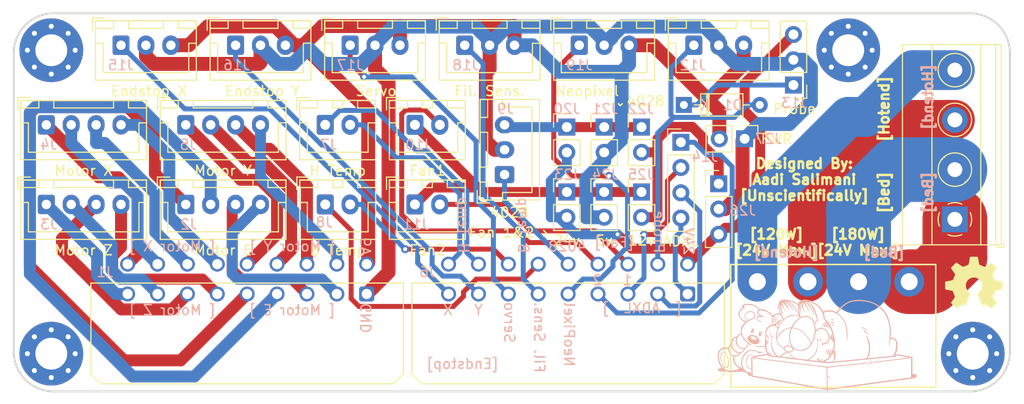
<source format=kicad_pcb>
(kicad_pcb (version 20221018) (generator pcbnew)
  (layers (0 "F.Cu" signal) (31 "B.Cu" signal) (34 "B.Paste" user) (35 "F.Paste" user) (36 "B.SilkS" user "B.Silkscreen") (37 "F.SilkS" user "F.Silkscreen") (38 "B.Mask" user) (39 "F.Mask" user) (44 "Edge.Cuts" user))
  (net 0 "")
  (net 1 "GND")
  (net 2 "Net-(D1-A)")
  (net 3 "Net-(D1-K)")
  (net 4 "Net-(J1-Pin_2)")
  (net 5 "Net-(J1-Pin_3)")
  (net 6 "Net-(J1-Pin_4)")
  (net 7 "Net-(J1-Pin_5)")
  (net 8 "Net-(J1-Pin_6)")
  (net 9 "Net-(J1-Pin_7)")
  (net 10 "Net-(J1-Pin_8)")
  (net 11 "Net-(J1-Pin_11)")
  (net 12 "Net-(J1-Pin_12)")
  (net 13 "Net-(J1-Pin_13)")
  (net 14 "Net-(J1-Pin_14)")
  (net 15 "Net-(J1-Pin_15)")
  (net 16 "+24V")
  (net 17 "Net-(J1-Pin_16)")
  (net 18 "Net-(J1-Pin_17)")
  (net 19 "Net-(J14-Pin_4)")
  (net 20 "+5V")
  (net 21 "Net-(J14-Pin_3)")
  (net 22 "Net-(J14-Pin_2)")
  (net 23 "Net-(J14-Pin_1)")
  (net 24 "Net-(J11-Pin_2)")
  (net 25 "Net-(J10-Pin_2)")
  (net 26 "Net-(J6-Pin_15)")
  (net 27 "Net-(J6-Pin_16)")
  (net 28 "/FA0")
  (net 29 "/FA1")
  (net 30 "Net-(J6-Pin_17)")
  (net 31 "Net-(J6-Pin_18)")
  (net 32 "Net-(J22-Pin_2)")
  (net 33 "Net-(J1-Pin_18)")
  (net 34 "Net-(J1-Pin_9)")
  (net 35 "Net-(J28-Pin_1)")
  (net 36 "Net-(J28-Pin_2)")
  (net 37 "Net-(J28-Pin_3)")
  (net 38 "Net-(J28-Pin_4)")
  (net 39 "Net-(J15-Pin_1)")
  (net 40 "Net-(J16-Pin_1)")
  (net 41 "Net-(J17-Pin_1)")
  (net 42 "Net-(J18-Pin_1)")
  (net 43 "Net-(J19-Pin_1)")
  (net 44 "Net-(J6-Pin_14)")
  (footprint "Connector_JST:JST_XH_B3B-XH-A_1x03_P2.50mm_Vertical" (layer "F.Cu") (at 122.5 74)
    (fp_text reference "J16")
    (fp_text value "Endstop Y")
  )
  (footprint "Connector_JST:JST_XH_B4B-XH-A_1x04_P2.50mm_Vertical" (layer "F.Cu") (at 103.5 90)
    (fp_text reference "J3")
    (fp_text value "Motor Z")
  )
  (footprint "Connector_JST:JST_XH_B4B-XH-A_1x04_P2.50mm_Vertical" (layer "F.Cu") (at 117.5 90)
    (fp_text reference "J2")
    (fp_text value "Motor E")
  )
  (footprint "Connector_JST:JST_XH_B3B-XH-A_1x03_P2.50mm_Vertical" (layer "F.Cu") (at 145.5 74)
    (fp_text reference "J18")
    (fp_text value "Fil. Sens.")
  )
  (footprint "Connector_Molex:Molex_Micro-Fit_3.0_43045-1800_2x09_P3.00mm_Horizontal" (layer "F.Cu") (at 135.662 99 180)
    (fp_text reference "J1")
    (fp_text value "Molex Connector")
  )
  (footprint "Connector_JST:JST_XH_B2B-XH-A_1x02_P2.50mm_Vertical" (layer "F.Cu") (at 131.5 90)
    (fp_text reference "J8")
    (fp_text value "B Temp")
  )
  (footprint "Connector_PinHeader_2.54mm:PinHeader_1x03_P2.54mm_Vertical" (layer "F.Cu") (at 178.5 78 180)
    (fp_text reference "J13")
    (fp_text value "Omron")
  )
  (footprint "Connector_PinHeader_2.54mm:PinHeader_1x02_P2.54mm_Vertical" (layer "F.Cu") (at 173.6 83.4 -90)
    (fp_text reference "J27")
    (fp_text value "12v")
  )
  (footprint "Connector_JST:JST_XH_B2B-XH-A_1x02_P2.50mm_Vertical" (layer "F.Cu") (at 131.5 82)
    (fp_text reference "J7")
    (fp_text value "H Temp")
  )
  (footprint "Diode_THT:D_DO-35_SOD27_P7.62mm_Horizontal" (layer "F.Cu") (at 167.5 80)
    (fp_text reference "D1")
    (fp_text value "type=\"D\" model=\"DIODE\" lib=\"\"")
  )
  (footprint "Connector_Molex:Molex_Micro-Fit_3.0_43045-1800_2x09_P3.00mm_Horizontal" (layer "F.Cu") (at 167.88 99 180)
    (fp_text reference "J6")
    (fp_text value "Molex Connector")
  )
  (footprint "4 Pin 5mm Screw Terminal:TerminalBlock_Phoenix_MKDS-1,5-4_1x04_P5.00mm_Horizontal_Mod" (layer "F.Cu") (at 194.705 91.5 90)
    (fp_text reference "J29")
    (fp_text value "Output Heaters")
  )
  (footprint "Connector_PinHeader_2.54mm:PinHeader_1x02_P2.54mm_Vertical" (layer "F.Cu") (at 163.25 82.225)
    (fp_text reference "J22")
    (fp_text value "12v")
  )
  (footprint "Connector_JST:JST_XH_B2B-XH-A_1x02_P2.50mm_Vertical" (layer "F.Cu") (at 140.5 90)
    (fp_text reference "J11")
    (fp_text value "Fan2")
  )
  (footprint "Connector_JST:JST_XH_B3B-XH-A_1x03_P2.50mm_Vertical" (layer "F.Cu") (at 111 74)
    (fp_text reference "J15")
    (fp_text value "Endstop X")
  )
  (footprint "MountingHole:MountingHole_3.2mm_M3_Pad_Via" (layer "F.Cu") (at 184 74.5)
    (fp_text reference "H4")
    (fp_text value "MountingHole")
  )
  (footprint "Connector_JST:JST_XH_B2B-XH-A_1x02_P2.50mm_Vertical" (layer "F.Cu") (at 140.5 82)
    (fp_text reference "J10")
    (fp_text value "Fan1")
  )
  (footprint "MountingHole:MountingHole_3.2mm_M3_Pad_Via" (layer "F.Cu") (at 196.5 105)
    (fp_text reference "H3")
    (fp_text value "MountingHole")
  )
  (footprint "Connector_JST:JST_XH_B3B-XH-A_1x03_P2.50mm_Vertical" (layer "F.Cu") (at 149.5 87 90)
    (fp_text reference "J9")
    (fp_text value "4028")
  )
  (footprint "Connector_PinHeader_2.54mm:PinHeader_1x02_P2.54mm_Vertical" (layer "F.Cu") (at 159.5 82.225)
    (fp_text reference "J21")
    (fp_text value "5v")
  )
  (footprint "4 Pin 5mm Screw Terminal:2EDGR-5.0-04P-14-00AH_DEG" (layer "F.Cu") (at 174.8792 97.7648)
    (fp_text reference "J28")
    (fp_text value "Input Heaters")
  )
  (footprint "Connector_PinHeader_2.54mm:PinHeader_1x03_P2.54mm_Vertical" (layer "F.Cu") (at 171 87.92)
    (fp_text reference "J26")
    (fp_text value "CV")
  )
  (footprint "Connector_JST:JST_XH_B4B-XH-A_1x04_P2.50mm_Vertical" (layer "F.Cu") (at 103.5 82)
    (fp_text reference "J4")
    (fp_text value "Motor X")
  )
  (footprint "MountingHole:MountingHole_3.2mm_M3_Pad_Via" (layer "F.Cu") (at 104 74.5)
    (fp_text reference "H2")
    (fp_text value "MountingHole")
  )
  (footprint "logo.preety:open" (layer "F.Cu") (at 196.6 97.9)
    (fp_text reference "Open" hide)
    (fp_text value "LOGO" hide)
  )
  (footprint "Connector_JST:JST_XH_B3B-XH-A_1x03_P2.50mm_Vertical" (layer "F.Cu") (at 157 74)
    (fp_text reference "J19")
    (fp_text value "Neopixel")
  )
  (footprint "Connector_PinHeader_2.54mm:PinHeader_1x02_P2.54mm_Vertical" (layer "F.Cu") (at 155.75 82.225)
    (fp_text reference "J20")
    (fp_text value "24v")
  )
  (footprint "Connector_PinHeader_2.54mm:PinHeader_1x04_P2.54mm_Vertical" (layer "F.Cu") (at 167.2 83.75)
    (fp_text reference "J14")
    (fp_text value "ADXL")
  )
  (footprint "Connector_PinHeader_2.54mm:PinHeader_1x02_P2.54mm_Vertical" (layer "F.Cu") (at 155.75 88.75)
    (fp_text reference "J23")
    (fp_text value "24v")
  )
  (footprint "Connector_JST:JST_XH_B3B-XH-A_1x03_P2.50mm_Vertical" (layer "F.Cu") (at 134 74)
    (fp_text reference "J17")
    (fp_text value "Servo")
  )
  (footprint "Connector_JST:JST_XH_B3B-XH-A_1x03_P2.50mm_Vertical" (layer "F.Cu") (at 168.5 74)
    (fp_text reference "J12")
    (fp_text value "Probe")
  )
  (footprint "Connector_JST:JST_XH_B4B-XH-A_1x04_P2.50mm_Vertical" (layer "F.Cu") (at 117.5 82)
    (fp_text reference "J5")
    (fp_text value "Motor Y")
  )
  (footprint "Connector_PinHeader_2.54mm:PinHeader_1x02_P2.54mm_Vertical" (layer "F.Cu") (at 159.5 88.75)
    (fp_text reference "J24")
    (fp_text value "5v")
  )
  (footprint "Connector_PinHeader_2.54mm:PinHeader_1x02_P2.54mm_Vertical" (layer "F.Cu") (at 163.25 88.75)
    (fp_text reference "J25")
    (fp_text value "12v")
  )
  (footprint "MountingHole:MountingHole_3.2mm_M3_Pad_Via" (layer "F.Cu") (at 104 105)
    (fp_text reference "H1")
    (fp_text value "MountingHole")
  )
  (footprint "logo.preety:sleeping" (layer "B.Cu") (at 180.9 104.1 180)
    (fp_text reference "Garfield" hide)
    (fp_text value "LOGO" hide)
  )
  (gr_arc (start 200.231573 104.791573) (mid 199.06 107.62) (end 196.231573 108.791573) (stroke (width 0.2)) (layer "Edge.Cuts"))
  (gr_line (start 200.231573 104.791573) (end 200.231573 74.791573) (stroke (width 0.2)) (layer "Edge.Cuts"))
  (gr_line (start 104.231573 108.791573) (end 196.231573 108.791573) (stroke (width 0.2)) (layer "Edge.Cuts"))
  (gr_line (start 196.231573 70.791573) (end 104.231573 70.791573) (stroke (width 0.2)) (layer "Edge.Cuts"))
  (gr_arc (start 100.231573 74.791573) (mid 101.403146 71.963146) (end 104.231573 70.791573) (stroke (width 0.2)) (layer "Edge.Cuts"))
  (gr_line (start 100.231573 74.791573) (end 100.231573 104.791573) (stroke (width 0.2)) (layer "Edge.Cuts"))
  (gr_arc (start 196.231573 70.791573) (mid 199.06 71.963146) (end 200.231573 74.791573) (stroke (width 0.2)) (layer "Edge.Cuts"))
  (gr_arc (start 104.231573 108.791573) (mid 101.403146 107.62) (end 100.231573 104.791573) (stroke (width 0.2)) (layer "Edge.Cuts"))
  (gr_text "B Temp" (at 150.8 95 -90) (layer "B.SilkS") (effects (font (size 1 1)) (justify left bottom mirror)))
  (gr_text "Y" (at 147.4 101.2) (layer "B.SilkS") (effects (font (size 1 1)) (justify left bottom mirror)))
  (gr_text "[Hotend]\n" (at 177.8 94.8) (layer "B.SilkS") (effects (font (size 1 1) (thickness 0.25)) (justify mirror)))
  (gr_text "GND\n" (at 136.2 99.8 90) (layer "B.SilkS") (effects (font (size 1 1)) (justify left bottom mirror)))
  (gr_text "[ Motor X ]" (at 120.6 94.8) (layer "B.SilkS") (effects (font (size 1 1)) (justify left bottom mirror)))
  (gr_text "[  ADXL  ]" (at 167.4 101) (layer "B.SilkS") (effects (font (size 1 1)) (justify left bottom mirror)))
  (gr_text "4028\n" (at 157.8 94.8) (layer "B.SilkS") (effects (font (size 1 1)) (justify left bottom mirror)))
  (gr_text "24V" (at 167.4 95.2 -90) (layer "B.SilkS") (effects (font (size 1 1)) (justify left bottom mirror)))
  (gr_text "[ Motor Z ]" (at 120.6 101.2) (layer "B.SilkS") (effects (font (size 1 1)) (justify left bottom mirror)))
  (gr_text "[Bed]\n" (at 187.6 94.8) (layer "B.SilkS") (effects (font (size 1 1) (thickness 0.25)) (justify mirror)))
  (gr_text "[Bed]\n" (at 192 88.8 90) (layer "B.SilkS") (effects (font (size 1 1) (thickness 0.25)) (justify mirror)))
  (gr_text "Servo\n" (at 149.4 104 270) (layer "B.SilkS") (effects (font (size 1 1)) (justify left bottom mirror)))
  (gr_text "1" (at 162.4 98.2) (layer "B.SilkS") (effects (font (size 1 1)) (justify left bottom mirror)))
  (gr_text "X" (at 144.4 101.2) (layer "B.SilkS") (effects (font (size 1 1)) (justify left bottom mirror)))
  (gr_text "Probe" (at 164.4 95 -90) (layer "B.SilkS") (effects (font (size 1 1)) (justify left bottom mirror)))
  (gr_text "5V" (at 136.2 93.2 90) (layer "B.SilkS") (effects (font (size 1 1)) (justify left bottom mirror)))
  (gr_text "[ Motor E ]" (at 132.6 101.2) (layer "B.SilkS") (effects (font (size 1 1)) (justify left bottom mirror)))
  (gr_text "H Temp" (at 144.8 95 -90) (layer "B.SilkS") (effects (font (size 1 1)) (justify left bottom mirror)))
  (gr_text "[Endstop]" (at 149 106.6) (layer "B.SilkS") (effects (font (size 1 1)) (justify left bottom mirror)))
  (gr_text "NeoPixel\n" (at 155.4 106.4 270) (layer "B.SilkS") (effects (font (size 1 1)) (justify left bottom mirror)))
  (gr_text "[Hotend]\n" (at 192 79.2 90) (layer "B.SilkS") (effects (font (size 1 1) (thickness 0.25)) (justify mirror)))
  (gr_text "Fil. Sens.\n" (at 152.4 107 270) (layer "B.SilkS") (effects (font (size 1 1)) (justify left bottom mirror)))
  (gr_text "[Fan]" (at 162.6 94.4) (layer "B.SilkS") (effects (font (size 1 1)) (justify left bottom mirror)))
  (gr_text "2\n" (at 159.4 98.2) (layer "B.SilkS") (effects (font (size 1 1)) (justify left bottom mirror)))
  (gr_text "[ Motor Y ]" (at 132.6 94.8) (layer "B.SilkS") (effects (font (size 1 1)) (justify left bottom mirror)))
  (gr_text "[Bed]\n" (at 187.6 88.8 90) (layer "F.SilkS") (effects (font (size 1 1) (thickness 0.25))))
  (gr_text "Fan 1&2 ›\n" (at 145.8 93.4) (layer "F.SilkS") (effects (font (size 1 1)) (justify left bottom)))
  (gr_text "Designed By:\nAadi Salimani\n[Unscientifically]" (at 179.6 87.5) (layer "F.SilkS") (effects (font (size 1 1) (thickness 0.25))))
  (gr_text "[120W]\n[24V Max.]" (at 176.8 93.8) (layer "F.SilkS") (effects (font (size 1 1) (thickness 0.25))))
  (gr_text "[Hotend]\n" (at 187.6 80.4 90) (layer "F.SilkS") (effects (font (size 1 1) (thickness 0.25))))
  (gr_text "[180W]\n[24V Max.]\n" (at 185 93.8) (layer "F.SilkS") (effects (font (size 1 1) (thickness 0.25))))
  (gr_text "⌄4028\n" (at 160.4 80.2) (layer "F.SilkS") (effects (font (size 1 1)) (justify left bottom)))
  (segment (start 148 76.375) (end 147.625 76.75) (width 1.4) (layer "F.Cu") (net 1))
  (segment (start 173.6 83.4) (end 173.389 83.6113) (width 1.4) (layer "F.Cu") (net 1))
  (segment (start 148.5 84.5) (end 149.5 84.5) (width 1.4) (layer "F.Cu") (net 1))
  (segment (start 113.5 75.1) (end 113.5 74) (width 1.4) (layer "F.Cu") (net 1))
  (segment (start 178.5 75.46) (end 178.289 75.46) (width 1) (layer "F.Cu") (net 1))
  (segment (start 173.389 83.6113) (end 173.389 88.7113) (width 1.4) (layer "F.Cu") (net 1))
  (segment (start 135.662 99) (end 137.856 96.8055) (width 1.4) (layer "F.Cu") (net 1))
  (segment (start 147.625 76.75) (end 147.625 83.625) (width 1.4) (layer "F.Cu") (net 1))
  (segment (start 125 74) (end 125 75.725) (width 1.4) (layer "F.Cu") (net 1))
  (segment (start 125 75.725) (end 124.85 75.875) (width 1.4) (layer "F.Cu") (net 1))
  (segment (start 136.5 76.375) (end 136.5 74) (width 1.4) (layer "F.Cu") (net 1))
  (segment (start 137.856 96.8055) (end 137.856 77.7315) (width 1.4) (layer "F.Cu") (net 1))
  (segment (start 114.275 75.875) (end 113.5 75.1) (width 1.4) (layer "F.Cu") (net 1))
  (segment (start 137.856 77.7315) (end 136.5 76.375) (width 1.4) (layer "F.Cu") (net 1))
  (segment (start 124.85 75.875) (end 114.275 75.875) (width 1.4) (layer "F.Cu") (net 1))
  (segment (start 147.625 83.625) (end 148.5 84.5) (width 1.4) (layer "F.Cu") (net 1))
  (segment (start 173.389 88.7113) (end 171.64 90.46) (width 1.4) (layer "F.Cu") (net 1))
  (segment (start 148 74) (end 148 76.375) (width 1.4) (layer "F.Cu") (net 1))
  (segment (start 171.64 90.46) (end 171 90.46) (width 1.4) (layer "F.Cu") (net 1))
  (segment (start 159.5 73.4) (end 159.5 73.5417) (width 1) (layer "B.Cu") (net 1))
  (segment (start 171 74.125) (end 172.75 75.875) (width 1.4) (layer "B.Cu") (net 1))
  (segment (start 159.5 74) (end 160.25 73.25) (width 1.4) (layer "B.Cu") (net 1))
  (segment (start 178.082 81.9175) (end 180.25 79.75) (width 1.4) (layer "B.Cu") (net 1))
  (segment (start 126.75 75.875) (end 128.225 75.875) (width 1.4) (layer "B.Cu") (net 1))
  (segment (start 160.25 73.1501) (end 161.275 72.125) (width 1.4) (layer "B.Cu") (net 1))
  (segment (start 138.275 72.125) (end 146.583 72.125) (width 1.4) (layer "B.Cu") (net 1))
  (segment (start 169.583 72.125) (end 171 73.5417) (width 1.4) (layer "B.Cu") (net 1))
  (segment (start 136.5 74) (end 136.5 73.9001) (width 1.4) (layer "B.Cu") (net 1))
  (segment (start 180.25 79.75) (end 180.25 76.25) (width 1.4) (layer "B.Cu") (net 1))
  (segment (start 171 73.5417) (end 171 74) (width 1.4) (layer "B.Cu") (net 1))
  (segment (start 128.225 75.875) (end 129.8 74.3) (width 1.4) (layer "B.Cu") (net 1))
  (segment (start 148 73.875) (end 148 74) (width 1.4) (layer "B.Cu") (net 1))
  (segment (start 125 74.125) (end 126.75 75.875) (width 1.4) (layer "B.Cu") (net 1))
  (segment (start 131.375 75.875) (end 135.083 75.875) (width 1.4) (layer "B.Cu") (net 1))
  (segment (start 148 73.5417) (end 148 73.875) (width 1.4) (layer "B.Cu") (net 1))
  (segment (start 146.583 72.125) (end 148 73.5417) (width 1.4) (layer "B.Cu") (net 1))
  (segment (start 136.5 74.4583) (end 136.5 74) (width 1.4) (layer "B.Cu") (net 1))
  (segment (start 160.25 73.25) (end 160.25 73.1501) (width 1.4) (layer "B.Cu") (net 1))
  (segment (start 125 74) (end 125 74.125) (width 1.4) (layer "B.Cu") (net 1))
  (segment (start 148 73.875) (end 149.75 72.125) (width 1.4) (layer "B.Cu") (net 1))
  (segment (start 158.083 72.125) (end 159.5 73.5417) (width 1.4) (layer "B.Cu") (net 1))
  (segment (start 136.5 73.9001) (end 138.275 72.125) (width 1.4) (layer "B.Cu") (net 1))
  (segment (start 171 74) (end 171 74.125) (width 1.4) (layer "B.Cu") (net 1))
  (segment (start 175.082 81.9175) (end 178.082 81.9175) (width 1.4) (layer "B.Cu") (net 1))
  (segment (start 179.46 75.46) (end 178.5 75.46) (width 1.4) (layer "B.Cu") (net 1))
  (segment (start 173.6 83.4) (end 175.082 81.9175) (width 1.4) (layer "B.Cu") (net 1))
  (segment (start 135.083 75.875) (end 136.5 74.4583) (width 1.4) (layer "B.Cu") (net 1))
  (segment (start 178.085 75.875) (end 178.5 75.46) (width 1.4) (layer "B.Cu") (net 1))
  (segment (start 149.75 72.125) (end 158.083 72.125) (width 1.4) (layer "B.Cu") (net 1))
  (segment (start 172.75 75.875) (end 178.085 75.875) (width 1.4) (layer "B.Cu") (net 1))
  (segment (start 159.5 73.5417) (end 159.5 74) (width 1) (layer "B.Cu") (net 1))
  (segment (start 161.275 72.125) (end 169.583 72.125) (width 1.4) (layer "B.Cu") (net 1))
  (segment (start 148 74) (end 148 73.875) (width 1.4) (layer "B.Cu") (net 1))
  (segment (start 159.5 73.5417) (end 159.5 74) (width 1.4) (layer "B.Cu") (net 1))
  (segment (start 129.8 74.3) (end 131.375 75.875) (width 1.4) (layer "B.Cu") (net 1))
  (segment (start 180.25 76.25) (end 179.46 75.46) (width 1.4) (layer "B.Cu") (net 1))
  (segment (start 168.8 80) (end 170.8 78) (width 0.5) (layer "B.Cu") (net 2))
  (segment (start 170.8 78) (end 178.5 78) (width 0.5) (layer "B.Cu") (net 2))
  (segment (start 167.5 80) (end 168.8 80) (width 0.5) (layer "B.Cu") (net 2))
  (segment (start 166.204 81.0016) (end 166.204 76.2964) (width 0.5) (layer "B.Cu") (net 3))
  (segment (start 175.12 80) (end 173.82 80) (width 0.5) (layer "B.Cu") (net 3))
  (segment (start 164.88 82.8296) (end 166.456 81.2538) (width 0.5) (layer "B.Cu") (net 3))
  (segment (start 166.456 81.2538) (end 166.204 81.0016) (width 0.5) (layer "B.Cu") (net 3))
  (segment (start 166.204 76.2964) (end 168.5 74) (width 0.5) (layer "B.Cu") (net 3))
  (segment (start 172.566 81.2538) (end 166.456 81.2538) (width 0.5) (layer "B.Cu") (net 3))
  (segment (start 173.82 80) (end 172.566 81.2538) (width 0.5) (layer "B.Cu") (net 3))
  (segment (start 164.88 96) (end 164.88 82.8296) (width 0.5) (layer "B.Cu") (net 3))
  (segment (start 132.662 99) (end 131.162 97.5) (width 1.1) (layer "B.Cu") (net 4))
  (segment (start 122.7 97.5) (end 122.162 96.962) (width 1.1) (layer "B.Cu") (net 4))
  (segment (start 122.162 96.962) (end 122.162 92.838) (width 1.1) (layer "B.Cu") (net 4))
  (segment (start 122.162 92.838) (end 125 90) (width 1.1) (layer "B.Cu") (net 4))
  (segment (start 131.162 97.5) (end 122.7 97.5) (width 1.1) (layer "B.Cu") (net 4))
  (segment (start 128.162 97.5) (end 123.041 97.5) (width 1.1) (layer "F.Cu") (net 5))
  (segment (start 129.662 99) (end 128.162 97.5) (width 1.1) (layer "F.Cu") (net 5))
  (segment (start 122.162 96.6213) (end 122.162 90.338) (width 1.1) (layer "F.Cu") (net 5))
  (segment (start 123.041 97.5) (end 122.162 96.6213) (width 1.1) (layer "F.Cu") (net 5))
  (segment (start 122.162 90.338) (end 122.5 90) (width 1.1) (layer "F.Cu") (net 5))
  (segment (start 101.85 96.9815) (end 101.85 80.75) (width 1.2) (layer "B.Cu") (net 6))
  (segment (start 102.375 80.225) (end 112.908 80.225) (width 1.2) (layer "B.Cu") (net 6))
  (segment (start 112.158 107.29) (end 101.85 96.9815) (width 1.2) (layer "B.Cu") (net 6))
  (segment (start 126.662 99) (end 118.372 107.29) (width 1.2) (layer "B.Cu") (net 6))
  (segment (start 120 87.3169) (end 120 90) (width 1.2) (layer "B.Cu") (net 6))
  (segment (start 101.85 80.75) (end 102.375 80.225) (width 1.2) (layer "B.Cu") (net 6))
  (segment (start 112.908 80.225) (end 120 87.3169) (width 1.2) (layer "B.Cu") (net 6))
  (segment (start 118.372 107.29) (end 112.158 107.29) (width 1.2) (layer "B.Cu") (net 6))
  (segment (start 114.4 82.9415) (end 114.4 86.9) (width 1.2) (layer "F.Cu") (net 7))
  (segment (start 116.992 105.67) (end 111.29 105.67) (width 1.2) (layer "F.Cu") (net 7))
  (segment (start 114.4 86.9) (end 117.5 90) (width 1.2) (layer "F.Cu") (net 7))
  (segment (start 111.29 105.67) (end 101.85 96.2296) (width 1.2) (layer "F.Cu") (net 7))
  (segment (start 101.85 80.8331) (end 102.458 80.225) (width 1.2) (layer "F.Cu") (net 7))
  (segment (start 123.662 99) (end 116.992 105.67) (width 1.2) (layer "F.Cu") (net 7))
  (segment (start 111.683 80.225) (end 114.4 82.9415) (width 1.2) (layer "F.Cu") (net 7))
  (segment (start 102.458 80.225) (end 111.683 80.225) (width 1.2) (layer "F.Cu") (net 7))
  (segment (start 101.85 96.2296) (end 101.85 80.8331) (width 1.2) (layer "F.Cu") (net 7))
  (segment (start 111 97.5) (end 110.162 96.662) (width 1.1) (layer "F.Cu") (net 8))
  (segment (start 110.162 96.662) (end 110.162 95.138) (width 1.1) (layer "F.Cu") (net 8))
  (segment (start 120.662 99) (end 119.162 97.5) (width 1.1) (layer "F.Cu") (net 8))
  (segment (start 119.162 97.5) (end 111 97.5) (width 1.1) (layer "F.Cu") (net 8))
  (segment (start 111 94.3) (end 111 90) (width 1.2) (layer "F.Cu") (net 8))
  (segment (start 110.162 95.138) (end 111 94.3) (width 1.2) (layer "F.Cu") (net 8))
  (segment (start 111.02 100.55) (end 116.112 100.55) (width 1.2) (layer "F.Cu") (net 9))
  (segment (start 105.074 94.6037) (end 111.02 100.55) (width 1.2) (layer "F.Cu") (net 9))
  (segment (start 116.112 100.55) (end 117.662 99) (width 1.2) (layer "F.Cu") (net 9))
  (segment (start 108.5 90) (end 105.074 93.4263) (width 1.2) (layer "F.Cu") (net 9))
  (segment (start 105.074 93.4263) (end 105.074 94.6037) (width 1.2) (layer "F.Cu") (net 9))
  (segment (start 110.055 94.0546) (end 110.055 96.5846) (width 1.2) (layer "B.Cu") (net 10))
  (segment (start 113.162 97.5) (end 114.662 99) (width 1.1) (layer "B.Cu") (net 10))
  (segment (start 110.055 96.5846) (end 110.935 97.465) (width 1.2) (layer "B.Cu") (net 10))
  (segment (start 106 90) (end 110.055 94.0546) (width 1.2) (layer "B.Cu") (net 10))
  (segment (start 110.97 97.5) (end 113.162 97.5) (width 1.1) (layer "B.Cu") (net 10))
  (segment (start 110.935 97.465) (end 110.97 97.5) (width 1.1) (layer "B.Cu") (net 10))
  (segment (start 132.662 96) (end 132.662 94.934) (width 1.1) (layer "B.Cu") (net 11))
  (segment (start 132.662 94.934) (end 125 87.272) (width 1.1) (layer "B.Cu") (net 11))
  (segment (start 125 87.272) (end 125 82) (width 1.1) (layer "B.Cu") (net 11))
  (segment (start 129.662 96) (end 129.662 88.1548) (width 1.2) (layer "F.Cu") (net 12))
  (segment (start 125.918 84.4111) (end 124.911 84.4111) (width 1.2) (layer "F.Cu") (net 12))
  (segment (start 124.911 84.4111) (end 122.5 82) (width 1.2) (layer "F.Cu") (net 12))
  (segment (start 129.662 88.1548) (end 125.918 84.4111) (width 1.2) (layer "F.Cu") (net 12))
  (segment (start 123.813 85.813) (end 120 82) (width 1.2) (layer "F.Cu") (net 13))
  (segment (start 128.077 88.5673) (end 125.323 85.813) (width 1.2) (layer "F.Cu") (net 13))
  (segment (start 126.662 96) (end 128.077 94.5846) (width 1.2) (layer "F.Cu") (net 13))
  (segment (start 125.323 85.813) (end 123.813 85.813) (width 1.2) (layer "F.Cu") (net 13))
  (segment (start 128.077 94.5846) (end 128.077 88.5673) (width 1.2) (layer "F.Cu") (net 13))
  (segment (start 124.984 87.523) (end 123.023 87.523) (width 1.2) (layer "F.Cu") (net 14))
  (segment (start 123.023 87.523) (end 117.5 82) (width 1.2) (layer "F.Cu") (net 14))
  (segment (start 123.662 96) (end 126.663 92.999) (width 1.2) (layer "F.Cu") (net 14))
  (segment (start 126.663 89.2018) (end 124.984 87.523) (width 1.2) (layer "F.Cu") (net 14))
  (segment (start 126.663 92.999) (end 126.663 89.2018) (width 1.2) (layer "F.Cu") (net 14))
  (segment (start 112.7 82) (end 115.847 85.1471) (width 1.2) (layer "B.Cu") (net 15))
  (segment (start 115.847 85.1471) (end 115.847 91.1851) (width 1.2) (layer "B.Cu") (net 15))
  (segment (start 115.847 91.1851) (end 120.662 96) (width 1.2) (layer "B.Cu") (net 15))
  (segment (start 111 82) (end 112.7 82) (width 1.2) (layer "B.Cu") (net 15))
  (segment (start 171 93) (end 171.645 92.355) (width 1) (layer "F.Cu") (net 16))
  (segment (start 175.158 86.7101) (end 175.158 82.1623) (width 1) (layer "F.Cu") (net 16))
  (segment (start 174.789 87.0797) (end 175.158 86.7101) (width 1) (layer "F.Cu") (net 16))
  (segment (start 167.88 95.1499) (end 167.243 94.5124) (width 1) (layer "F.Cu") (net 16))
  (segment (start 167.18 94.4504) (end 162.288 94.4504) (width 1) (layer "F.Cu") (net 16))
  (segment (start 173.6 77.82) (end 178.5 72.92) (width 1) (layer "F.Cu") (net 16))
  (segment (start 167.88 96) (end 167.88 95.1499) (width 1) (layer "F.Cu") (net 16))
  (segment (start 171 93) (end 170.88 93) (width 1) (layer "F.Cu") (net 16))
  (segment (start 173.6 80.604) (end 173.6 77.82) (width 1) (layer "F.Cu") (net 16))
  (segment (start 162.288 94.4504) (end 160.843 93.0058) (width 1) (layer "F.Cu") (net 16))
  (segment (start 172.6 92.355) (end 174.789 90.1663) (width 1) (layer "F.Cu") (net 16))
  (segment (start 170.88 93) (end 167.88 96) (width 1) (layer "F.Cu") (net 16))
  (segment (start 174.789 90.1663) (end 174.789 87.0797) (width 1) (layer "F.Cu") (net 16))
  (segment (start 167.243 94.5124) (end 167.18 94.4504) (width 1) (layer "F.Cu") (net 16))
  (segment (start 171.645 92.355) (end 172.6 92.355) (width 1) (layer "F.Cu") (net 16))
  (segment (start 175.158 82.1623) (end 173.6 80.604) (width 1) (layer "F.Cu") (net 16))
  (via (at 160.843 93.0058) (size 0.8) (drill 0.4) (layers "F.Cu" "B.Cu") (net 16))
  (segment (start 155.75 86.365) (end 155.75 84.765) (width 1) (layer "B.Cu") (net 16))
  (segment (start 155.418 86.365) (end 155.75 86.365) (width 1) (layer "B.Cu") (net 16))
  (segment (start 156.666 93.0058) (end 160.843 93.0058) (width 1) (layer "B.Cu") (net 16))
  (segment (start 154.15 91.29) (end 154.15 87.6335) (width 1) (layer "B.Cu") (net 16))
  (segment (start 154.95 91.29) (end 156.666 93.0058) (width 1) (layer "B.Cu") (net 16))
  (segment (start 155.75 91.29) (end 154.95 91.29) (width 1) (layer "B.Cu") (net 16))
  (segment (start 154.15 87.6335) (end 155.418 86.365) (width 1) (layer "B.Cu") (net 16))
  (segment (start 154.95 91.29) (end 154.15 91.29) (width 1) (layer "B.Cu") (net 16))
  (segment (start 109.367 83.825) (end 108.5 83.825) (width 1.2) (layer "B.Cu") (net 17))
  (segment (start 114.445 88.9029) (end 109.367 83.825) (width 1.2) (layer "B.Cu") (net 17))
  (segment (start 108.5 83.825) (end 108.5 82) (width 1.2) (layer "B.Cu") (net 17))
  (segment (start 117.662 96) (end 114.445 92.7832) (width 1.2) (layer "B.Cu") (net 17))
  (segment (start 114.445 92.7832) (end 114.445 88.9029) (width 1.2) (layer "B.Cu") (net 17))
  (segment (start 114.662 96) (end 112.664 94.0023) (width 1.2) (layer "B.Cu") (net 18))
  (segment (start 112.664 94.0023) (end 112.664 89.1861) (width 1.2) (layer "B.Cu") (net 18))
  (segment (start 111.277 87.799) (end 109.974 87.799) (width 1.2) (layer "B.Cu") (net 18))
  (segment (start 106 83.825) (end 106 82) (width 1.2) (layer "B.Cu") (net 18))
  (segment (start 109.974 87.799) (end 106 83.825) (width 1.2) (layer "B.Cu") (net 18))
  (segment (start 112.664 89.1861) (end 111.277 87.799) (width 1.2) (layer "B.Cu") (net 18))
  (segment (start 166.641 97.7608) (end 166.641 93.2792) (width 0.5) (layer "B.Cu") (net 19))
  (segment (start 167.2 92.72) (end 167.2 91.37) (width 0.5) (layer "B.Cu") (net 19))
  (segment (start 166.641 93.2792) (end 167.2 92.72) (width 0.5) (layer "B.Cu") (net 19))
  (segment (start 167.88 99) (end 166.641 97.7608) (width 0.5) (layer "B.Cu") (net 19))
  (segment (start 126.5085 72.1085) (end 119.6915 72.1085) (width 1.4) (layer "F.Cu") (net 20))
  (segment (start 139 72.1238) (end 139 72.1236) (width 1.4) (layer "F.Cu") (net 20))
  (segment (start 169.9355 79.4895) (end 171.06 80.614) (width 1.4) (layer "F.Cu") (net 20))
  (segment (start 171.06 80.614) (end 171.06 83.4) (width 1.4) (layer "F.Cu") (net 20))
  (segment (start 116 74) (end 117.8 74) (width 1.4) (layer "F.Cu") (net 20))
  (segment (start 150.5 72.075) (end 139.0486 72.075) (width 1.4) (layer "F.Cu") (net 20))
  (segment (start 150.5 74) (end 150.5 72.075) (width 1.4) (layer "F.Cu") (net 20))
  (segment (start 119.6915 72.1085) (end 117.8 74) (width 1.4) (layer "F.Cu") (net 20))
  (segment (start 173.5 75.925) (end 169.9355 79.4895) (width 1.4) (layer "F.Cu") (net 20))
  (segment (start 164.446 74) (end 169.9355 79.4895) (width 1.4) (layer "F.Cu") (net 20))
  (segment (start 139 72.1236) (end 138.9473 72.0709) (width 1.4) (layer "F.Cu") (net 20))
  (segment (start 138.9473 72.0709) (end 131.2291 72.0709) (width 1.4) (layer "F.Cu") (net 20))
  (segment (start 127.5 74) (end 128.4 74) (width 1.4) (layer "F.Cu") (net 20))
  (segment (start 139.0486 72.075) (end 139 72.1236) (width 1.4) (layer "F.Cu") (net 20))
  (segment (start 131.2291 72.0709) (end 129.3 74) (width 1.4) (layer "F.Cu") (net 20))
  (segment (start 135.662 96) (end 135.8135 95.8485) (width 1.4) (layer "F.Cu") (net 20))
  (segment (start 128.4 74) (end 129.3 74) (width 1.4) (layer "F.Cu") (net 20))
  (segment (start 135.8135 95.8485) (end 135.8135 80.5135) (width 1.4) (layer "F.Cu") (net 20))
  (segment (start 139 72.5237) (end 139 72.1238) (width 1.4) (layer "F.Cu") (net 20))
  (segment (start 128.4 74) (end 126.5085 72.1085) (width 1.4) (layer "F.Cu") (net 20))
  (segment (start 135.8135 80.5135) (end 129.3 74) (width 1.4) (layer "F.Cu") (net 20))
  (segment (start 162 74) (end 164.446 74) (width 1.4) (layer "F.Cu") (net 20))
  (segment (start 173.5 74) (end 173.5 75.925) (width 1.4) (layer "F.Cu") (net 20))
  (segment (start 139 74) (end 139 72.5237) (width 1.4) (layer "F.Cu") (net 20))
  (segment (start 159.5 84.765) (end 159.5 85.215) (width 1.4) (layer "B.Cu") (net 20))
  (segment (start 157.7 87.465) (end 159.5 85.665) (width 1.4) (layer "B.Cu") (net 20))
  (segment (start 159.5 91.29) (end 157.7 91.29) (width 1.4) (layer "B.Cu") (net 20))
  (segment (start 161.2543 76.6707) (end 154.9707 76.6707) (width 1.4) (layer "B.Cu") (net 20))
  (segment (start 161.2543 83.4607) (end 161.2543 76.6707) (width 1.4) (layer "B.Cu") (net 20))
  (segment (start 154.9707 76.6707) (end 152.3 74) (width 1.4) (layer "B.Cu") (net 20))
  (segment (start 159.5 85.215) (end 161.2543 83.4607) (width 1.4) (layer "B.Cu") (net 20))
  (segment (start 157.7 91.29) (end 157.7 87.465) (width 1.4) (layer "B.Cu") (net 20))
  (segment (start 150.5 74) (end 152.3 74) (width 1.4) (layer "B.Cu") (net 20))
  (segment (start 162 74) (end 162 75.925) (width 1.4) (layer "B.Cu") (net 20))
  (segment (start 161.2543 76.6707) (end 162 75.925) (width 1.4) (layer "B.Cu") (net 20))
  (segment (start 159.5 85.215) (end 159.5 85.665) (width 1.4) (layer "B.Cu") (net 20))
  (segment (start 168.704 100.205) (end 166.085 100.205) (width 0.5) (layer "B.Cu") (net 21))
  (segment (start 166.085 100.205) (end 164.88 99) (width 0.5) (layer "B.Cu") (net 21))
  (segment (start 169.094 90.7245) (end 169.094 99.8146) (width 0.5) (layer "B.Cu") (net 21))
  (segment (start 169.094 99.8146) (end 168.704 100.205) (width 0.5) (layer "B.Cu") (net 21))
  (segment (start 167.2 88.83) (end 169.094 90.7245) (width 0.5) (layer "B.Cu") (net 21))
  (segment (start 164.498 93.024) (end 163.499 93.024) (width 0.5) (layer "F.Cu") (net 22))
  (segment (start 167.2 86.29) (end 165.85 87.64) (width 0.5) (layer "F.Cu") (net 22))
  (segment (start 165.85 91.6718) (end 164.498 93.024) (width 0.5) (layer "F.Cu") (net 22))
  (segment (start 165.85 87.64) (end 165.85 91.6718) (width 0.5) (layer "F.Cu") (net 22))
  (via (at 163.499 93.024) (size 0.8) (drill 0.4) (layers "F.Cu" "B.Cu") (net 22))
  (segment (start 163.499 97.381) (end 161.88 99) (width 0.5) (layer "B.Cu") (net 22))
  (segment (start 163.499 93.024) (end 163.499 97.381) (width 0.5) (layer "B.Cu") (net 22))
  (segment (start 168.55 83.75) (end 167.2 83.75) (width 0.5) (layer "B.Cu") (net 23))
  (segment (start 172.353 97.5709) (end 172.353 86.2098) (width 0.5) (layer "B.Cu") (net 23))
  (segment (start 171.133 84.9896) (end 169.79 84.9896) (width 0.5) (layer "B.Cu") (net 23))
  (segment (start 172.353 86.2098) (end 171.133 84.9896) (width 0.5) (layer "B.Cu") (net 23))
  (segment (start 158.88 99) (end 160.789 100.909) (width 0.5) (layer "B.Cu") (net 23))
  (segment (start 169.016 100.909) (end 172.353 97.5709) (width 0.5) (layer "B.Cu") (net 23))
  (segment (start 160.789 100.909) (end 169.016 100.909) (width 0.5) (layer "B.Cu") (net 23))
  (segment (start 169.79 84.9896) (end 168.55 83.75) (width 0.5) (layer "B.Cu") (net 23))
  (segment (start 158.54 92.6595) (end 161.88 96) (width 0.5) (layer "F.Cu") (net 24))
  (segment (start 149.47 90) (end 152.129 92.6595) (width 0.5) (layer "F.Cu") (net 24))
  (segment (start 152.129 92.6595) (end 158.54 92.6595) (width 0.5) (layer "F.Cu") (net 24))
  (segment (start 143 90) (end 149.47 90) (width 0.5) (layer "F.Cu") (net 24))
  (segment (start 156.712 93.832) (end 158.88 96) (width 0.5) (layer "F.Cu") (net 25))
  (segment (start 151.959 93.832) (end 156.712 93.832) (width 0.5) (layer "F.Cu") (net 25))
  (segment (start 139.175 91.0255) (end 140.809 92.6595) (width 0.5) (layer "F.Cu") (net 25))
  (segment (start 143 82) (end 141.511 80.5114) (width 0.5) (layer "F.Cu") (net 25))
  (segment (start 141.511 80.5114) (end 139.574 80.5114) (width 0.5) (layer "F.Cu") (net 25))
  (segment (start 139.175 80.9108) (end 139.175 91.0255) (width 0.5) (layer "F.Cu") (net 25))
  (segment (start 140.809 92.6595) (end 150.786 92.6595) (width 0.5) (layer "F.Cu") (net 25))
  (segment (start 139.574 80.5114) (end 139.175 80.9108) (width 0.5) (layer "F.Cu") (net 25))
  (segment (start 150.786 92.6595) (end 151.959 93.832) (width 0.5) (layer "F.Cu") (net 25))
  (segment (start 145.38 99.2374) (end 145.38 98.7881) (width 0.5) (layer "F.Cu") (net 26))
  (segment (start 146.668 97.5) (end 151.38 97.5) (width 0.5) (layer "F.Cu") (net 26))
  (segment (start 151.38 97.5) (end 152.88 96) (width 0.5) (layer "F.Cu") (net 26))
  (segment (start 134.102 99.4682) (end 134.886 100.252) (width 0.5) (layer "F.Cu") (net 26))
  (segment (start 145.38 98.7881) (end 146.668 97.5) (width 0.5) (layer "F.Cu") (net 26))
  (segment (start 134.102 92.6024) (end 134.102 99.4682) (width 0.5) (layer "F.Cu") (net 26))
  (segment (start 144.366 100.252) (end 145.38 99.2374) (width 0.5) (layer "F.Cu") (net 26))
  (segment (start 131.5 90) (end 134.102 92.6024) (width 0.5) (layer "F.Cu") (net 26))
  (segment (start 134.886 100.252) (end 144.366 100.252) (width 0.5) (layer "F.Cu") (net 26))
  (segment (start 148.373 94.4933) (end 139.519 94.4933) (width 0.5) (layer "F.Cu") (net 27))
  (segment (start 149.88 96) (end 148.373 94.4933) (width 0.5) (layer "F.Cu") (net 27))
  (via (at 139.519 94.4933) (size 0.8) (drill 0.4) (layers "F.Cu" "B.Cu") (net 27))
  (segment (start 135.35 90.3241) (end 139.519 94.4933) (width 0.5) (layer "B.Cu") (net 27))
  (segment (start 134 90) (end 135.35 90) (width 0.5) (layer "B.Cu") (net 27))
  (segment (start 135.35 90) (end 135.35 90.3241) (width 0.5) (layer "B.Cu") (net 27))
  (segment (start 159.5 82.225) (end 163.25 82.225) (width 1) (layer "F.Cu") (net 28))
  (segment (start 159.5 82.225) (end 155.75 82.225) (width 1) (layer "F.Cu") (net 28))
  (segment (start 149.725 82.225) (end 149.5 82) (width 1) (layer "B.Cu") (net 28))
  (segment (start 155.75 82.225) (end 149.725 82.225) (width 1) (layer "B.Cu") (net 28))
  (segment (start 142.2 88.3) (end 146.8 88.3) (width 1) (layer "F.Cu") (net 29))
  (segment (start 146.8 88.3) (end 140.5 82) (width 1) (layer "F.Cu") (net 29))
  (segment (start 159.5 88.75) (end 155.75 88.75) (width 1) (layer "F.Cu") (net 29))
  (segment (start 155.75 88.75) (end 147.25 88.75) (width 1) (layer "F.Cu") (net 29))
  (segment (start 146.8 88.3) (end 147.25 88.75) (width 1) (layer "F.Cu") (net 29))
  (segment (start 147.25 88.75) (end 146.8 88.3) (width 1) (layer "F.Cu") (net 29))
  (segment (start 140.5 90) (end 142.2 88.3) (width 1) (layer "F.Cu") (net 29))
  (segment (start 163.25 88.75) (end 159.5 88.75) (width 1) (layer "F.Cu") (net 29))
  (segment (start 140.666 84.6021) (end 136.612 80.5481) (width 0.5) (layer "B.Cu") (net 30))
  (segment (start 146.88 96) (end 145.711 94.8311) (width 0.5) (layer "B.Cu") (net 30))
  (segment (start 141.658 84.6021) (end 140.666 84.6021) (width 0.5) (layer "B.Cu") (net 30))
  (segment (start 145.711 88.6547) (end 141.658 84.6021) (width 0.5) (layer "B.Cu") (net 30))
  (segment (start 132.952 80.5481) (end 131.5 82) (width 0.5) (layer "B.Cu") (net 30))
  (segment (start 145.711 94.8311) (end 145.711 88.6547) (width 0.5) (layer "B.Cu") (net 30))
  (segment (start 136.612 80.5481) (end 132.952 80.5481) (width 0.5) (layer "B.Cu") (net 30))
  (segment (start 145.009 94.8708) (end 145.009 88.9455) (width 0.5) (layer "B.Cu") (net 31))
  (segment (start 145.009 88.9455) (end 141.368 85.304) (width 0.5) (layer "B.Cu") (net 31))
  (segment (start 143.88 96) (end 145.009 94.8708) (width 0.5) (layer "B.Cu") (net 31))
  (segment (start 141.368 85.304) (end 138.654 85.304) (width 0.5) (layer "B.Cu") (net 31))
  (segment (start 138.654 85.304) (end 135.35 82) (width 0.5) (layer "B.Cu") (net 31))
  (segment (start 135.35 82) (end 134 82) (width 0.5) (layer "B.Cu") (net 31))
  (segment (start 163.25 91.29) (end 164.85 91.29) (width 1) (layer "F.Cu") (net 32))
  (segment (start 168.341 82.1981) (end 169.4 83.2574) (width 1) (layer "F.Cu") (net 32))
  (segment (start 169.4 83.2574) (end 169.4 84.075) (width 1) (layer "F.Cu") (net 32))
  (segment (start 164.85 91.29) (end 164.85 84.765) (width 1) (layer "F.Cu") (net 32))
  (segment (start 169.4 84.075) (end 171 85.675) (width 1) (layer "F.Cu") (net 32))
  (segment (start 171 85.675) (end 171 87.92) (width 1) (layer "F.Cu") (net 32))
  (segment (start 163.25 84.765) (end 164.85 84.765) (width 1) (layer "F.Cu") (net 32))
  (segment (start 166.059 82.1981) (end 168.341 82.1981) (width 1) (layer "F.Cu") (net 32))
  (segment (start 164.85 83.4074) (end 166.059 82.1981) (width 1) (layer "F.Cu") (net 32))
  (segment (start 164.85 84.765) (end 164.85 83.4074) (width 1) (layer "F.Cu") (net 32))
  (segment (start 103.5 82) (end 108.771 87.2707) (width 1.2) (layer "F.Cu") (net 33))
  (segment (start 112.659 95.0026) (end 111.662 96) (width 1.2) (layer "F.Cu") (net 33))
  (segment (start 110.748 87.2707) (end 112.659 89.1817) (width 1.2) (layer "F.Cu") (net 33))
  (segment (start 108.771 87.2707) (end 110.748 87.2707) (width 1.2) (layer "F.Cu") (net 33))
  (segment (start 112.659 89.1817) (end 112.659 95.0026) (width 1.2) (layer "F.Cu") (net 33))
  (segment (start 108.597 95.0971) (end 108.597 97.107) (width 1.2) (layer "B.Cu") (net 34))
  (segment (start 103.5 90) (end 108.597 95.0971) (width 1.2) (layer "B.Cu") (net 34))
  (segment (start 108.597 97.107) (end 110.49 99) (width 1.2) (layer "B.Cu") (net 34))
  (segment (start 110.49 99) (end 111.662 99) (width 1.2) (layer "B.Cu") (net 34))
  (segment (start 174.8792 90.3208) (end 174.8792 97.7648) (width 4) (layer "B.Cu") (net 35))
  (segment (start 190.5 76.5) (end 185.8 81.2) (width 4) (layer "B.Cu") (net 35))
  (segment (start 185.8 81.2) (end 184 81.2) (width 4) (layer "B.Cu") (net 35))
  (segment (start 194.705 76.5) (end 190.5 76.5) (width 4) (layer "B.Cu") (net 35))
  (segment (start 184 81.2) (end 174.8792 90.3208) (width 4) (layer "B.Cu") (net 35))
  (segment (start 194 81.5) (end 188.7 81.5) (width 4) (layer "F.Cu") (net 36))
  (segment (start 179.9592 90.2408) (end 179.9592 97.7648) (width 4) (layer "F.Cu") (net 36))
  (segment (start 188.7 81.5) (end 179.9592 90.2408) (width 4) (layer "F.Cu") (net 36))
  (segment (start 194 81.5) (end 194.705 81.5) (width 4) (layer "F.Cu") (net 36))
  (segment (start 185.0392 90.3608) (end 185.0392 97.7648) (width 6.5) (layer "B.Cu") (net 37))
  (segment (start 188.9 86.5) (end 185.0392 90.3608) (width 6.5) (layer "B.Cu") (net 37))
  (segment (start 194 86.5) (end 188.9 86.5) (width 6.5) (layer "B.Cu") (net 37))
  (segment (start 194 86.5) (end 194.705 86.5) (width 6.5) (layer "B.Cu") (net 37))
  (segment (start 190.1192 97.7648) (end 192.2352 97.7648) (width 6.5) (layer "F.Cu") (net 38))
  (segment (start 194.705 95.295) (end 194.705 91.5) (width 6.5) (layer "F.Cu") (net 38))
  (segment (start 192.2352 97.7648) (end 194.705 95.295) (width 6.5) (layer "F.Cu") (net 38))
  (segment (start 140.7799 94.4291) (end 140.7799 95.8999) (width 0.5) (layer "B.Cu") (net 39))
  (segment (start 117.4001 80.4001) (end 125.9097 80.4001) (width 0.5) (layer "B.Cu") (net 39))
  (segment (start 111 74) (end 117.4001 80.4001) (width 0.5) (layer "B.Cu") (net 39))
  (segment (start 125.9097 80.4001) (end 132.5031 86.9935) (width 0.5) (layer "B.Cu") (net 39))
  (segment (start 133.3443 86.9935) (end 140.7799 94.4291) (width 0.5) (layer "B.Cu") (net 39))
  (segment (start 140.7799 95.8999) (end 143.88 99) (width 0.5) (layer "B.Cu") (net 39))
  (segment (start 132.5031 86.9935) (end 133.3443 86.9935) (width 0.5) (layer "B.Cu") (net 39))
  (segment (start 122.5 75.3737) (end 122.5 74) (width 0.5) (layer "B.Cu") (net 40))
  (segment (start 131.4149 84.0341) (end 131.1604 84.0341) (width 0.5) (layer "B.Cu") (net 40))
  (segment (start 142.2334 94.8526) (end 131.4149 84.0341) (width 0.5) (layer "B.Cu") (net 40))
  (segment (start 131.1604 84.0341) (end 122.5 75.3737) (width 0.5) (layer "B.Cu") (net 40))
  (segment (start 145.0819 97.2019) (end 143.3212 97.2019) (width 0.5) (layer "B.Cu") (net 40))
  (segment (start 146.88 99) (end 145.0819 97.2019) (width 0.5) (layer "B.Cu") (net 40))
  (segment (start 143.3212 97.2019) (end 142.2334 96.1141) (width 0.5) (layer "B.Cu") (net 40))
  (segment (start 142.2334 96.1141) (end 142.2334 94.8526) (width 0.5) (layer "B.Cu") (net 40))
  (segment (start 134 75.769) (end 135.409 77.178) (width 0.5) (layer "F.Cu") (net 41))
  (segment (start 134 74) (end 134 75.769) (width 0.5) (layer "F.Cu") (net 41))
  (segment (start 134 74) (end 134 73.865) (width 1.4) (layer "F.Cu") (net 41))
  (via (at 135.409 77.178) (size 0.8) (drill 0.4) (layers "F.Cu" "B.Cu") (net 41))
  (segment (start 148.38 91.3258) (end 148.38 97.5) (width 0.5) (layer "B.Cu") (net 41))
  (segment (start 148.38 97.5) (end 149.88 99) (width 0.5) (layer "B.Cu") (net 41))
  (segment (start 135.409 77.178) (end 140.182 77.178) (width 0.5) (layer "B.Cu") (net 41))
  (segment (start 146.6413 83.6373) (end 146.6413 89.5871) (width 0.5) (layer "B.Cu") (net 41))
  (segment (start 146.6413 89.5871) (end 148.38 91.3258) (width 0.5) (layer "B.Cu") (net 41))
  (segment (start 140.182 77.178) (end 146.6413 83.6373) (width 0.5) (layer "B.Cu") (net 41))
  (segment (start 145.433 73.9328) (end 145.5 74) (width 1.4) (layer "F.Cu") (net 42))
  (segment (start 147.3432 88.9464) (end 147.3432 75.8432) (width 0.5) (layer "B.Cu") (net 42))
  (segment (start 151.38 92.9832) (end 147.3432 88.9464) (width 0.5) (layer "B.Cu") (net 42))
  (segment (start 152.88 99) (end 151.38 97.5) (width 0.5) (layer "B.Cu") (net 42))
  (segment (start 147.3432 75.8432) (end 145.5 74) (width 0.5) (layer "B.Cu") (net 42))
  (segment (start 151.38 97.5) (end 151.38 92.9832) (width 0.5) (layer "B.Cu") (net 42))
  (segment (start 154.4408 76.6758) (end 154.4408 85.3477) (width 0.5) (layer "F.Cu") (net 43))
  (segment (start 154.4408 85.3477) (end 156.2256 87.1325) (width 0.5) (layer "F.Cu") (net 43))
  (segment (start 157 74) (end 157 74.1166) (width 1.4) (layer "F.Cu") (net 43))
  (segment (start 156.2256 87.1325) (end 159.995 87.1325) (width 0.5) (layer "F.Cu") (net 43))
  (segment (start 157 74.1166) (end 154.4408 76.6758) (width 0.5) (layer "F.Cu") (net 43))
  (via (at 159.995 87.1325) (size 0.8) (drill 0.4) (layers "F.Cu" "B.Cu") (net 43))
  (segment (start 157.38 97.5) (end 155.88 99) (width 0.5) (layer "B.Cu") (net 43))
  (segment (start 160.3801 96.2447) (end 159.1248 97.5) (width 0.5) (layer "B.Cu") (net 43))
  (segment (start 159.1248 97.5) (end 157.38 97.5) (width 0.5) (layer "B.Cu") (net 43))
  (segment (start 161.8468 94.2355) (end 160.3801 95.7022) (width 0.5) (layer "B.Cu") (net 43))
  (segment (start 160.3801 95.7022) (end 160.3801 96.2447) (width 0.5) (layer "B.Cu") (net 43))
  (segment (start 160.2279 87.1325) (end 161.8468 88.7514) (width 0.5) (layer "B.Cu") (net 43))
  (segment (start 159.995 87.1325) (end 160.2279 87.1325) (width 0.5) (layer "B.Cu") (net 43))
  (segment (start 161.8468 88.7514) (end 161.8468 94.2355) (width 0.5) (layer "B.Cu") (net 43))
  (segment (start 149.5 89.62) (end 149.5 87) (width 0.5) (layer "B.Cu") (net 44))
  (segment (start 155.88 96) (end 149.5 89.62) (width 0.5) (layer "B.Cu") (net 44))
)
</source>
